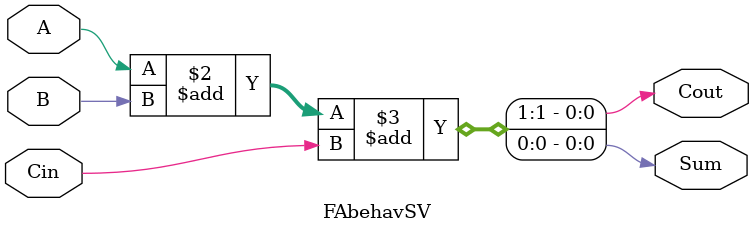
<source format=sv>
module FAbehavSV (Sum, Cout, A, B, Cin);
input A, B, Cin;
output logic Sum, Cout;
always_comb
{Cout,Sum} = A + B + Cin;
endmodule

</source>
